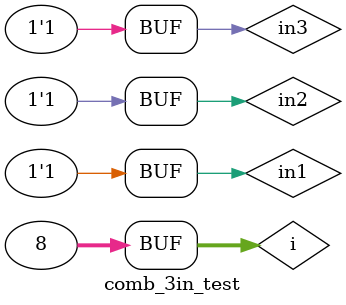
<source format=v>
`timescale 1ns/1ns
module comb_3in_test;
    reg in1,in2,in3;
    wire out;
    integer i;

    comb_3in co(in1, in2, in3, out);

    initial begin
        $monitor("%t: a=%b b=%b c=%b y=%b",
                 $time, in1, in2, in3, out);

        for (i = 0; i < 8; i = i + 1) begin
            {in1, in2, in3} = i;
            #10;
        end

    end
endmodule

</source>
